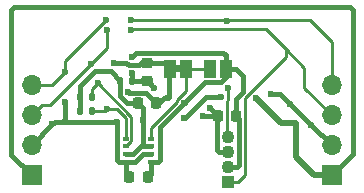
<source format=gbr>
%TF.GenerationSoftware,KiCad,Pcbnew,7.0.11-7.0.11~ubuntu22.04.1*%
%TF.CreationDate,2024-04-16T15:44:39+02:00*%
%TF.ProjectId,I2C_Module_SHT85_BME280_FUEL4EP,4932435f-4d6f-4647-956c-655f53485438,V1.3*%
%TF.SameCoordinates,Original*%
%TF.FileFunction,Copper,L1,Top*%
%TF.FilePolarity,Positive*%
%FSLAX46Y46*%
G04 Gerber Fmt 4.6, Leading zero omitted, Abs format (unit mm)*
G04 Created by KiCad (PCBNEW 7.0.11-7.0.11~ubuntu22.04.1) date 2024-04-16 15:44:39*
%MOMM*%
%LPD*%
G01*
G04 APERTURE LIST*
G04 Aperture macros list*
%AMRoundRect*
0 Rectangle with rounded corners*
0 $1 Rounding radius*
0 $2 $3 $4 $5 $6 $7 $8 $9 X,Y pos of 4 corners*
0 Add a 4 corners polygon primitive as box body*
4,1,4,$2,$3,$4,$5,$6,$7,$8,$9,$2,$3,0*
0 Add four circle primitives for the rounded corners*
1,1,$1+$1,$2,$3*
1,1,$1+$1,$4,$5*
1,1,$1+$1,$6,$7*
1,1,$1+$1,$8,$9*
0 Add four rect primitives between the rounded corners*
20,1,$1+$1,$2,$3,$4,$5,0*
20,1,$1+$1,$4,$5,$6,$7,0*
20,1,$1+$1,$6,$7,$8,$9,0*
20,1,$1+$1,$8,$9,$2,$3,0*%
G04 Aperture macros list end*
%TA.AperFunction,SMDPad,CuDef*%
%ADD10RoundRect,0.225000X0.250000X-0.225000X0.250000X0.225000X-0.250000X0.225000X-0.250000X-0.225000X0*%
%TD*%
%TA.AperFunction,SMDPad,CuDef*%
%ADD11RoundRect,0.147500X-0.147500X-0.172500X0.147500X-0.172500X0.147500X0.172500X-0.147500X0.172500X0*%
%TD*%
%TA.AperFunction,SMDPad,CuDef*%
%ADD12R,0.500000X0.350000*%
%TD*%
%TA.AperFunction,SMDPad,CuDef*%
%ADD13R,1.000000X1.500000*%
%TD*%
%TA.AperFunction,SMDPad,CuDef*%
%ADD14RoundRect,0.225000X0.225000X0.250000X-0.225000X0.250000X-0.225000X-0.250000X0.225000X-0.250000X0*%
%TD*%
%TA.AperFunction,SMDPad,CuDef*%
%ADD15RoundRect,0.135000X0.135000X0.185000X-0.135000X0.185000X-0.135000X-0.185000X0.135000X-0.185000X0*%
%TD*%
%TA.AperFunction,ComponentPad*%
%ADD16R,1.100000X1.100000*%
%TD*%
%TA.AperFunction,ComponentPad*%
%ADD17C,1.100000*%
%TD*%
%TA.AperFunction,SMDPad,CuDef*%
%ADD18RoundRect,0.225000X-0.225000X-0.250000X0.225000X-0.250000X0.225000X0.250000X-0.225000X0.250000X0*%
%TD*%
%TA.AperFunction,ComponentPad*%
%ADD19R,1.700000X1.700000*%
%TD*%
%TA.AperFunction,ComponentPad*%
%ADD20O,1.700000X1.700000*%
%TD*%
%TA.AperFunction,ViaPad*%
%ADD21C,0.600000*%
%TD*%
%TA.AperFunction,Conductor*%
%ADD22C,0.400000*%
%TD*%
%TA.AperFunction,Conductor*%
%ADD23C,0.500000*%
%TD*%
%TA.AperFunction,Conductor*%
%ADD24C,0.250000*%
%TD*%
G04 APERTURE END LIST*
%TA.AperFunction,EtchedComponent*%
%TO.C,JP1*%
G36*
X15160000Y10685000D02*
G01*
X14660000Y10685000D01*
X14660000Y11285000D01*
X15160000Y11285000D01*
X15160000Y10685000D01*
G37*
%TD.AperFunction*%
%TD*%
D10*
%TO.P,C1,1*%
%TO.N,VDDA*%
X12300000Y9975000D03*
%TO.P,C1,2*%
%TO.N,GND*%
X12300000Y11525000D03*
%TD*%
D11*
%TO.P,FB1,1*%
%TO.N,VCC*%
X10015000Y10000000D03*
%TO.P,FB1,2*%
%TO.N,VDDA*%
X10985000Y10000000D03*
%TD*%
D12*
%TO.P,U1,1,GND*%
%TO.N,GND*%
X10525000Y3125000D03*
%TO.P,U1,2,CSB*%
%TO.N,VCC*%
X10525000Y3775000D03*
%TO.P,U1,3,SDI*%
%TO.N,/SDA*%
X10525000Y4425000D03*
%TO.P,U1,4,SCK*%
%TO.N,/SCL*%
X10525000Y5075000D03*
%TO.P,U1,5,SDO*%
%TO.N,Net-(JP1-B)*%
X12575000Y5075000D03*
%TO.P,U1,6,VDDIO*%
%TO.N,VCC*%
X12575000Y4425000D03*
%TO.P,U1,7,GND*%
%TO.N,GND*%
X12575000Y3775000D03*
%TO.P,U1,8,VDD*%
%TO.N,VDDA*%
X12575000Y3125000D03*
%TD*%
D13*
%TO.P,JP1,1,A*%
%TO.N,GND*%
X14260000Y10985000D03*
%TO.P,JP1,2,B*%
%TO.N,Net-(JP1-B)*%
X15560000Y10985000D03*
%TD*%
D14*
%TO.P,C3,1*%
%TO.N,GND*%
X13075000Y8100000D03*
%TO.P,C3,2*%
%TO.N,VCC*%
X11525000Y8100000D03*
%TD*%
D15*
%TO.P,R1,1*%
%TO.N,/SDA*%
X7622000Y8636000D03*
%TO.P,R1,2*%
%TO.N,VCC*%
X6602000Y8636000D03*
%TD*%
D16*
%TO.P,U2,1,SCL*%
%TO.N,/SCL*%
X19125000Y1420000D03*
D17*
%TO.P,U2,2,VDD*%
%TO.N,VDDA*%
X19125000Y2690000D03*
%TO.P,U2,3,VSS*%
%TO.N,GND*%
X19125000Y3960000D03*
%TO.P,U2,4,SDA*%
%TO.N,/SDA*%
X19125000Y5230000D03*
%TD*%
D18*
%TO.P,C4,1*%
%TO.N,GND*%
X10775000Y1800000D03*
%TO.P,C4,2*%
%TO.N,VDDA*%
X12325000Y1800000D03*
%TD*%
D15*
%TO.P,R2,1*%
%TO.N,/SCL*%
X7642000Y7421000D03*
%TO.P,R2,2*%
%TO.N,VCC*%
X6622000Y7421000D03*
%TD*%
D18*
%TO.P,C2,1*%
%TO.N,GND*%
X18275000Y7000000D03*
%TO.P,C2,2*%
%TO.N,VDDA*%
X19825000Y7000000D03*
%TD*%
D13*
%TO.P,JP2,1,A*%
%TO.N,Net-(JP1-B)*%
X17627600Y10972800D03*
%TO.P,JP2,2,B*%
%TO.N,VDDA*%
X18927600Y10972800D03*
%TD*%
D19*
%TO.P,J1,1,Pin_1*%
%TO.N,VCC*%
X2500000Y2000000D03*
D20*
%TO.P,J1,2,Pin_2*%
%TO.N,GND*%
X2500000Y4540000D03*
%TO.P,J1,3,Pin_3*%
%TO.N,/SCL*%
X2500000Y7080000D03*
%TO.P,J1,4,Pin_4*%
%TO.N,/SDA*%
X2500000Y9620000D03*
%TD*%
D19*
%TO.P,J2,1,Pin_1*%
%TO.N,VCC*%
X27900000Y2000000D03*
D20*
%TO.P,J2,2,Pin_2*%
%TO.N,GND*%
X27900000Y4540000D03*
%TO.P,J2,3,Pin_3*%
%TO.N,/SCL*%
X27900000Y7080000D03*
%TO.P,J2,4,Pin_4*%
%TO.N,/SDA*%
X27900000Y9620000D03*
%TD*%
D21*
%TO.N,VCC*%
X18500000Y8600000D03*
X11925000Y6675000D03*
X21487104Y8490452D03*
X15368742Y6831258D03*
%TO.N,GND*%
X4250000Y6290000D03*
X17625002Y7650000D03*
X12252178Y11675500D03*
X26180000Y6260000D03*
X5300000Y8200000D03*
X14019014Y8491742D03*
X9500500Y11500500D03*
X9700000Y6500000D03*
X17020000Y7000000D03*
X24410000Y8030000D03*
X22800000Y8900000D03*
X10700000Y9000000D03*
%TO.N,/SCL*%
X8857217Y14300000D03*
X7500000Y11400000D03*
X8900000Y7600000D03*
X10900000Y14300000D03*
%TO.N,/SDA*%
X19124500Y9347188D03*
X19050000Y15050000D03*
X5300000Y10700000D03*
X8786493Y15096368D03*
X10900000Y15099503D03*
X8100000Y9800002D03*
%TO.N,VDDA*%
X10985000Y10597577D03*
X11000000Y12000000D03*
X12900000Y9400000D03*
X15395802Y8104198D03*
%TD*%
D22*
%TO.N,VCC*%
X15368742Y6831258D02*
X15531258Y6831258D01*
X11750000Y4425000D02*
X11100000Y3775000D01*
X1016000Y16256000D02*
X29464000Y16256000D01*
D23*
X24900000Y6400000D02*
X23577556Y6400000D01*
D22*
X11100000Y3775000D02*
X10525000Y3775000D01*
X29718000Y3818000D02*
X27900000Y2000000D01*
D23*
X27900000Y2000000D02*
X26400000Y2000000D01*
X23577556Y6400000D02*
X21487104Y8490452D01*
D22*
X15531258Y6831258D02*
X17300000Y8600000D01*
D23*
X24900000Y3500000D02*
X24900000Y6400000D01*
D22*
X7874000Y10795000D02*
X9220000Y10795000D01*
X29464000Y16256000D02*
X29718000Y16002000D01*
X762000Y3738000D02*
X762000Y16002000D01*
X9220000Y10795000D02*
X10015000Y10000000D01*
X6602000Y9523000D02*
X7874000Y10795000D01*
X10000500Y8710257D02*
X10610757Y8100000D01*
D23*
X26400000Y2000000D02*
X24900000Y3500000D01*
D22*
X10000500Y9289743D02*
X10000500Y8710257D01*
X10015000Y10000000D02*
X10015000Y9304243D01*
X11925000Y4500000D02*
X11925000Y7700000D01*
X6602000Y8636000D02*
X6602000Y7441000D01*
X762000Y16002000D02*
X1016000Y16256000D01*
X10610757Y8100000D02*
X11525000Y8100000D01*
X6602000Y8636000D02*
X6602000Y9523000D01*
X10015000Y9304243D02*
X10000500Y9289743D01*
X12000000Y4425000D02*
X11925000Y4500000D01*
X6602000Y7441000D02*
X6622000Y7421000D01*
X12575000Y4425000D02*
X11750000Y4425000D01*
X762000Y3738000D02*
X2500000Y2000000D01*
X11925000Y7700000D02*
X11525000Y8100000D01*
X29718000Y16002000D02*
X29718000Y3818000D01*
X12575000Y4425000D02*
X12000000Y4425000D01*
X17300000Y8600000D02*
X18500000Y8600000D01*
%TO.N,GND*%
X10725000Y8975000D02*
X12200000Y8975000D01*
X10525000Y2050000D02*
X10775000Y1800000D01*
X5300000Y8200000D02*
X5300000Y6697000D01*
X9875000Y3125000D02*
X9700000Y3300000D01*
X14100000Y8572728D02*
X14019014Y8491742D01*
X9700000Y3300000D02*
X9700000Y6500000D01*
X10725000Y8975000D02*
X10700000Y9000000D01*
X10510257Y11500500D02*
X9500500Y11500500D01*
X14100000Y10825000D02*
X14100000Y8572728D01*
X18175000Y4132183D02*
X18347183Y3960000D01*
X5300000Y6697000D02*
X5103000Y6500000D01*
X13691742Y8491742D02*
X14019014Y8491742D01*
X24410000Y8030000D02*
X23540000Y8900000D01*
X17020000Y7000000D02*
X18275000Y7000000D01*
X9700000Y6500000D02*
X5103000Y6500000D01*
X11589743Y11300500D02*
X10710257Y11300500D01*
X10525000Y3125000D02*
X10525000Y2050000D01*
X13300000Y8100000D02*
X13691742Y8491742D01*
X12275500Y11500500D02*
X11789743Y11500500D01*
X4460000Y6500000D02*
X4250000Y6290000D01*
X5103000Y6500000D02*
X4460000Y6500000D01*
X26180000Y6260000D02*
X24410000Y8030000D01*
X23540000Y8900000D02*
X22800000Y8900000D01*
X13075000Y8100000D02*
X12200000Y8975000D01*
X11789743Y11500500D02*
X11589743Y11300500D01*
X18347183Y3960000D02*
X19125000Y3960000D01*
X12575000Y3775000D02*
X11947822Y3775000D01*
X13720000Y11525000D02*
X14260000Y10985000D01*
X10525000Y3125000D02*
X9875000Y3125000D01*
X12300000Y11525000D02*
X13720000Y11525000D01*
X18275000Y7000000D02*
X17625002Y7650000D01*
X11297822Y3125000D02*
X10525000Y3125000D01*
X11947822Y3775000D02*
X11297822Y3125000D01*
X10710257Y11300500D02*
X10510257Y11500500D01*
X2500000Y4540000D02*
X4250000Y6290000D01*
X27900000Y4540000D02*
X26180000Y6260000D01*
X18175000Y6900000D02*
X18175000Y4132183D01*
D24*
%TO.N,/SCL*%
X10525000Y5075000D02*
X10525000Y6808311D01*
X24065000Y12635000D02*
X24065000Y11991903D01*
X25600000Y9380000D02*
X25600000Y11100000D01*
X8721000Y7421000D02*
X8900000Y7600000D01*
X20570000Y8496903D02*
X20570000Y2028000D01*
X19962000Y1420000D02*
X19125000Y1420000D01*
X3350000Y7930000D02*
X4030000Y7930000D01*
X9733311Y7600000D02*
X8900000Y7600000D01*
X24065000Y11991903D02*
X20570000Y8496903D01*
X20570000Y2028000D02*
X19962000Y1420000D01*
X7642000Y7421000D02*
X8721000Y7421000D01*
X27900000Y7080000D02*
X25600000Y9380000D01*
X7500000Y11400000D02*
X8857217Y12757217D01*
X2500000Y7080000D02*
X3350000Y7930000D01*
X24065000Y12635000D02*
X25600000Y11100000D01*
X8857217Y12757217D02*
X8857217Y14300000D01*
X10900000Y14300000D02*
X10974500Y14374500D01*
X10525000Y6808311D02*
X9733311Y7600000D01*
X10974500Y14374500D02*
X22325500Y14374500D01*
X4030000Y7930000D02*
X7500000Y11400000D01*
X22325500Y14374500D02*
X24065000Y12635000D01*
%TO.N,/SDA*%
X19050000Y8266823D02*
X19124500Y8341323D01*
X7622000Y9322002D02*
X8100000Y9800002D01*
X4220000Y9620000D02*
X5300000Y10700000D01*
X27900000Y9620000D02*
X27900000Y13300000D01*
X26100497Y15099503D02*
X10900000Y15099503D01*
X19124500Y8341323D02*
X19124500Y9347188D01*
X7622000Y8636000D02*
X7622000Y9322002D01*
X19050000Y5305000D02*
X19050000Y8266823D01*
X2500000Y9620000D02*
X4220000Y9620000D01*
X27900000Y13300000D02*
X26100497Y15099503D01*
X8770408Y15096368D02*
X8786493Y15096368D01*
X10950000Y4850000D02*
X10950000Y6950002D01*
X5300000Y11625960D02*
X8770408Y15096368D01*
X10525000Y4425000D02*
X10950000Y4850000D01*
X5300000Y10700000D02*
X5300000Y11625960D01*
X10950000Y6950002D02*
X8100000Y9800002D01*
D22*
%TO.N,VDDA*%
X18497600Y9852800D02*
X18927600Y10282800D01*
X19827600Y10972800D02*
X18927600Y10972800D01*
X10985000Y10000000D02*
X10985000Y10597577D01*
X13375000Y3275000D02*
X13375000Y6083396D01*
X18927600Y10282800D02*
X18927600Y10972800D01*
X20409600Y10390800D02*
X19827600Y10972800D01*
X12325000Y9975000D02*
X12900000Y9400000D01*
X20409600Y9036539D02*
X20409600Y10390800D01*
X12575000Y3125000D02*
X13225000Y3125000D01*
X18675400Y12375000D02*
X18927600Y12122800D01*
X11375000Y12375000D02*
X18675400Y12375000D01*
X19825000Y8451939D02*
X20409600Y9036539D01*
X12575000Y2050000D02*
X12325000Y1800000D01*
X13375000Y6083396D02*
X15395802Y8104198D01*
X15490802Y8104198D02*
X15395802Y8104198D01*
X20075000Y2862183D02*
X20075000Y6750000D01*
X18927600Y12122800D02*
X18927600Y10972800D01*
X11000000Y12000000D02*
X11375000Y12375000D01*
X15395802Y8104198D02*
X17144404Y9852800D01*
X19902817Y2690000D02*
X20075000Y2862183D01*
X19125000Y2690000D02*
X19902817Y2690000D01*
X19825000Y7000000D02*
X19825000Y8451939D01*
X12575000Y3125000D02*
X12575000Y2050000D01*
X17144404Y9852800D02*
X18497600Y9852800D01*
X12300000Y9975000D02*
X11010000Y9975000D01*
X13225000Y3125000D02*
X13375000Y3275000D01*
X20075000Y6750000D02*
X19825000Y7000000D01*
D24*
%TO.N,Net-(JP1-B)*%
X14771302Y8221454D02*
X14771302Y8362875D01*
X15560000Y9151573D02*
X15560000Y10985000D01*
X14771302Y8362875D02*
X15560000Y9151573D01*
X12575000Y5075000D02*
X12575000Y6025152D01*
X15572200Y10972800D02*
X15560000Y10985000D01*
X17627600Y10972800D02*
X15572200Y10972800D01*
D22*
X17820000Y11146604D02*
X17820000Y10670000D01*
D24*
X12575000Y6025152D02*
X14771302Y8221454D01*
D22*
X17820000Y10670000D02*
X17820000Y10433396D01*
%TD*%
M02*

</source>
